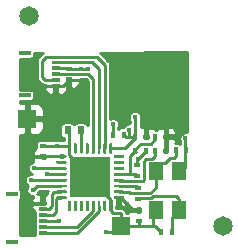
<source format=gbr>
G04 #@! TF.GenerationSoftware,KiCad,Pcbnew,(5.1.6)-1*
G04 #@! TF.CreationDate,2020-08-30T17:28:20+02:00*
G04 #@! TF.ProjectId,Freude_Microcontroller,46726575-6465-45f4-9d69-63726f636f6e,rev?*
G04 #@! TF.SameCoordinates,Original*
G04 #@! TF.FileFunction,Copper,L1,Top*
G04 #@! TF.FilePolarity,Positive*
%FSLAX46Y46*%
G04 Gerber Fmt 4.6, Leading zero omitted, Abs format (unit mm)*
G04 Created by KiCad (PCBNEW (5.1.6)-1) date 2020-08-30 17:28:20*
%MOMM*%
%LPD*%
G01*
G04 APERTURE LIST*
G04 #@! TA.AperFunction,ComponentPad*
%ADD10C,1.650000*%
G04 #@! TD*
G04 #@! TA.AperFunction,SMDPad,CuDef*
%ADD11R,1.300000X1.600000*%
G04 #@! TD*
G04 #@! TA.AperFunction,SMDPad,CuDef*
%ADD12R,0.600000X0.400000*%
G04 #@! TD*
G04 #@! TA.AperFunction,SMDPad,CuDef*
%ADD13R,0.400000X0.600000*%
G04 #@! TD*
G04 #@! TA.AperFunction,SMDPad,CuDef*
%ADD14R,0.700000X0.300000*%
G04 #@! TD*
G04 #@! TA.AperFunction,SMDPad,CuDef*
%ADD15R,1.000000X0.300000*%
G04 #@! TD*
G04 #@! TA.AperFunction,SMDPad,CuDef*
%ADD16R,0.600000X0.700000*%
G04 #@! TD*
G04 #@! TA.AperFunction,SMDPad,CuDef*
%ADD17R,3.450000X3.450000*%
G04 #@! TD*
G04 #@! TA.AperFunction,SMDPad,CuDef*
%ADD18R,1.500000X1.500000*%
G04 #@! TD*
G04 #@! TA.AperFunction,ViaPad*
%ADD19C,0.400000*%
G04 #@! TD*
G04 #@! TA.AperFunction,Conductor*
%ADD20C,0.250000*%
G04 #@! TD*
G04 #@! TA.AperFunction,Conductor*
%ADD21C,0.254000*%
G04 #@! TD*
G04 APERTURE END LIST*
D10*
X193675000Y-69025000D03*
X210075000Y-86825000D03*
D11*
X206390000Y-82160000D03*
X206390000Y-85460000D03*
X204390000Y-85460000D03*
X204390000Y-82160000D03*
D12*
X202790000Y-81660000D03*
X202790000Y-82560000D03*
X197040000Y-74400000D03*
X197040000Y-73500000D03*
D13*
X200800000Y-79075000D03*
X201700000Y-79075000D03*
X202675000Y-79275000D03*
X203575000Y-79275000D03*
X205275000Y-79275000D03*
X204375000Y-79275000D03*
X205740000Y-87280000D03*
X204840000Y-87280000D03*
X204350000Y-80425000D03*
X205250000Y-80425000D03*
X203575000Y-80425000D03*
X202675000Y-80425000D03*
D12*
X202920000Y-84520000D03*
X202920000Y-83620000D03*
X202950000Y-85470000D03*
X202950000Y-86370000D03*
D13*
X206080000Y-80410000D03*
X206980000Y-80410000D03*
D12*
X194900000Y-80925000D03*
X194900000Y-80025000D03*
D14*
X194850000Y-87400000D03*
X194850000Y-86900000D03*
D15*
X192200000Y-88190000D03*
X192200000Y-84110000D03*
D14*
X194850000Y-86400000D03*
X194850000Y-85900000D03*
X194850000Y-85400000D03*
G04 #@! TA.AperFunction,SMDPad,CuDef*
G36*
G01*
X194575000Y-84750000D02*
X195125000Y-84750000D01*
G75*
G02*
X195200000Y-84825000I0J-75000D01*
G01*
X195200000Y-84975000D01*
G75*
G02*
X195125000Y-85050000I-75000J0D01*
G01*
X194575000Y-85050000D01*
G75*
G02*
X194500000Y-84975000I0J75000D01*
G01*
X194500000Y-84825000D01*
G75*
G02*
X194575000Y-84750000I75000J0D01*
G01*
G37*
G04 #@! TD.AperFunction*
D16*
X198050000Y-78725000D03*
X196950000Y-78725000D03*
D15*
X193300000Y-75740000D03*
X193300000Y-72160000D03*
D14*
X195950000Y-74950000D03*
X195950000Y-74450000D03*
X195950000Y-73950000D03*
X195950000Y-73450000D03*
G04 #@! TA.AperFunction,SMDPad,CuDef*
G36*
G01*
X195675000Y-72800000D02*
X196225000Y-72800000D01*
G75*
G02*
X196300000Y-72875000I0J-75000D01*
G01*
X196300000Y-73025000D01*
G75*
G02*
X196225000Y-73100000I-75000J0D01*
G01*
X195675000Y-73100000D01*
G75*
G02*
X195600000Y-73025000I0J75000D01*
G01*
X195600000Y-72875000D01*
G75*
G02*
X195675000Y-72800000I75000J0D01*
G01*
G37*
G04 #@! TD.AperFunction*
G04 #@! TA.AperFunction,SMDPad,CuDef*
G36*
G01*
X201725000Y-84362500D02*
X201725000Y-84487500D01*
G75*
G02*
X201662500Y-84550000I-62500J0D01*
G01*
X200912500Y-84550000D01*
G75*
G02*
X200850000Y-84487500I0J62500D01*
G01*
X200850000Y-84362500D01*
G75*
G02*
X200912500Y-84300000I62500J0D01*
G01*
X201662500Y-84300000D01*
G75*
G02*
X201725000Y-84362500I0J-62500D01*
G01*
G37*
G04 #@! TD.AperFunction*
G04 #@! TA.AperFunction,SMDPad,CuDef*
G36*
G01*
X201725000Y-83862500D02*
X201725000Y-83987500D01*
G75*
G02*
X201662500Y-84050000I-62500J0D01*
G01*
X200912500Y-84050000D01*
G75*
G02*
X200850000Y-83987500I0J62500D01*
G01*
X200850000Y-83862500D01*
G75*
G02*
X200912500Y-83800000I62500J0D01*
G01*
X201662500Y-83800000D01*
G75*
G02*
X201725000Y-83862500I0J-62500D01*
G01*
G37*
G04 #@! TD.AperFunction*
G04 #@! TA.AperFunction,SMDPad,CuDef*
G36*
G01*
X201725000Y-83362500D02*
X201725000Y-83487500D01*
G75*
G02*
X201662500Y-83550000I-62500J0D01*
G01*
X200912500Y-83550000D01*
G75*
G02*
X200850000Y-83487500I0J62500D01*
G01*
X200850000Y-83362500D01*
G75*
G02*
X200912500Y-83300000I62500J0D01*
G01*
X201662500Y-83300000D01*
G75*
G02*
X201725000Y-83362500I0J-62500D01*
G01*
G37*
G04 #@! TD.AperFunction*
G04 #@! TA.AperFunction,SMDPad,CuDef*
G36*
G01*
X201725000Y-82862500D02*
X201725000Y-82987500D01*
G75*
G02*
X201662500Y-83050000I-62500J0D01*
G01*
X200912500Y-83050000D01*
G75*
G02*
X200850000Y-82987500I0J62500D01*
G01*
X200850000Y-82862500D01*
G75*
G02*
X200912500Y-82800000I62500J0D01*
G01*
X201662500Y-82800000D01*
G75*
G02*
X201725000Y-82862500I0J-62500D01*
G01*
G37*
G04 #@! TD.AperFunction*
G04 #@! TA.AperFunction,SMDPad,CuDef*
G36*
G01*
X201725000Y-82362500D02*
X201725000Y-82487500D01*
G75*
G02*
X201662500Y-82550000I-62500J0D01*
G01*
X200912500Y-82550000D01*
G75*
G02*
X200850000Y-82487500I0J62500D01*
G01*
X200850000Y-82362500D01*
G75*
G02*
X200912500Y-82300000I62500J0D01*
G01*
X201662500Y-82300000D01*
G75*
G02*
X201725000Y-82362500I0J-62500D01*
G01*
G37*
G04 #@! TD.AperFunction*
G04 #@! TA.AperFunction,SMDPad,CuDef*
G36*
G01*
X201725000Y-81862500D02*
X201725000Y-81987500D01*
G75*
G02*
X201662500Y-82050000I-62500J0D01*
G01*
X200912500Y-82050000D01*
G75*
G02*
X200850000Y-81987500I0J62500D01*
G01*
X200850000Y-81862500D01*
G75*
G02*
X200912500Y-81800000I62500J0D01*
G01*
X201662500Y-81800000D01*
G75*
G02*
X201725000Y-81862500I0J-62500D01*
G01*
G37*
G04 #@! TD.AperFunction*
G04 #@! TA.AperFunction,SMDPad,CuDef*
G36*
G01*
X201725000Y-81362500D02*
X201725000Y-81487500D01*
G75*
G02*
X201662500Y-81550000I-62500J0D01*
G01*
X200912500Y-81550000D01*
G75*
G02*
X200850000Y-81487500I0J62500D01*
G01*
X200850000Y-81362500D01*
G75*
G02*
X200912500Y-81300000I62500J0D01*
G01*
X201662500Y-81300000D01*
G75*
G02*
X201725000Y-81362500I0J-62500D01*
G01*
G37*
G04 #@! TD.AperFunction*
G04 #@! TA.AperFunction,SMDPad,CuDef*
G36*
G01*
X201725000Y-80862500D02*
X201725000Y-80987500D01*
G75*
G02*
X201662500Y-81050000I-62500J0D01*
G01*
X200912500Y-81050000D01*
G75*
G02*
X200850000Y-80987500I0J62500D01*
G01*
X200850000Y-80862500D01*
G75*
G02*
X200912500Y-80800000I62500J0D01*
G01*
X201662500Y-80800000D01*
G75*
G02*
X201725000Y-80862500I0J-62500D01*
G01*
G37*
G04 #@! TD.AperFunction*
G04 #@! TA.AperFunction,SMDPad,CuDef*
G36*
G01*
X200725000Y-79862500D02*
X200725000Y-80612500D01*
G75*
G02*
X200662500Y-80675000I-62500J0D01*
G01*
X200537500Y-80675000D01*
G75*
G02*
X200475000Y-80612500I0J62500D01*
G01*
X200475000Y-79862500D01*
G75*
G02*
X200537500Y-79800000I62500J0D01*
G01*
X200662500Y-79800000D01*
G75*
G02*
X200725000Y-79862500I0J-62500D01*
G01*
G37*
G04 #@! TD.AperFunction*
G04 #@! TA.AperFunction,SMDPad,CuDef*
G36*
G01*
X200225000Y-79862500D02*
X200225000Y-80612500D01*
G75*
G02*
X200162500Y-80675000I-62500J0D01*
G01*
X200037500Y-80675000D01*
G75*
G02*
X199975000Y-80612500I0J62500D01*
G01*
X199975000Y-79862500D01*
G75*
G02*
X200037500Y-79800000I62500J0D01*
G01*
X200162500Y-79800000D01*
G75*
G02*
X200225000Y-79862500I0J-62500D01*
G01*
G37*
G04 #@! TD.AperFunction*
G04 #@! TA.AperFunction,SMDPad,CuDef*
G36*
G01*
X199725000Y-79862500D02*
X199725000Y-80612500D01*
G75*
G02*
X199662500Y-80675000I-62500J0D01*
G01*
X199537500Y-80675000D01*
G75*
G02*
X199475000Y-80612500I0J62500D01*
G01*
X199475000Y-79862500D01*
G75*
G02*
X199537500Y-79800000I62500J0D01*
G01*
X199662500Y-79800000D01*
G75*
G02*
X199725000Y-79862500I0J-62500D01*
G01*
G37*
G04 #@! TD.AperFunction*
G04 #@! TA.AperFunction,SMDPad,CuDef*
G36*
G01*
X199225000Y-79862500D02*
X199225000Y-80612500D01*
G75*
G02*
X199162500Y-80675000I-62500J0D01*
G01*
X199037500Y-80675000D01*
G75*
G02*
X198975000Y-80612500I0J62500D01*
G01*
X198975000Y-79862500D01*
G75*
G02*
X199037500Y-79800000I62500J0D01*
G01*
X199162500Y-79800000D01*
G75*
G02*
X199225000Y-79862500I0J-62500D01*
G01*
G37*
G04 #@! TD.AperFunction*
G04 #@! TA.AperFunction,SMDPad,CuDef*
G36*
G01*
X198725000Y-79862500D02*
X198725000Y-80612500D01*
G75*
G02*
X198662500Y-80675000I-62500J0D01*
G01*
X198537500Y-80675000D01*
G75*
G02*
X198475000Y-80612500I0J62500D01*
G01*
X198475000Y-79862500D01*
G75*
G02*
X198537500Y-79800000I62500J0D01*
G01*
X198662500Y-79800000D01*
G75*
G02*
X198725000Y-79862500I0J-62500D01*
G01*
G37*
G04 #@! TD.AperFunction*
G04 #@! TA.AperFunction,SMDPad,CuDef*
G36*
G01*
X198225000Y-79862500D02*
X198225000Y-80612500D01*
G75*
G02*
X198162500Y-80675000I-62500J0D01*
G01*
X198037500Y-80675000D01*
G75*
G02*
X197975000Y-80612500I0J62500D01*
G01*
X197975000Y-79862500D01*
G75*
G02*
X198037500Y-79800000I62500J0D01*
G01*
X198162500Y-79800000D01*
G75*
G02*
X198225000Y-79862500I0J-62500D01*
G01*
G37*
G04 #@! TD.AperFunction*
G04 #@! TA.AperFunction,SMDPad,CuDef*
G36*
G01*
X197725000Y-79862500D02*
X197725000Y-80612500D01*
G75*
G02*
X197662500Y-80675000I-62500J0D01*
G01*
X197537500Y-80675000D01*
G75*
G02*
X197475000Y-80612500I0J62500D01*
G01*
X197475000Y-79862500D01*
G75*
G02*
X197537500Y-79800000I62500J0D01*
G01*
X197662500Y-79800000D01*
G75*
G02*
X197725000Y-79862500I0J-62500D01*
G01*
G37*
G04 #@! TD.AperFunction*
G04 #@! TA.AperFunction,SMDPad,CuDef*
G36*
G01*
X197225000Y-79862500D02*
X197225000Y-80612500D01*
G75*
G02*
X197162500Y-80675000I-62500J0D01*
G01*
X197037500Y-80675000D01*
G75*
G02*
X196975000Y-80612500I0J62500D01*
G01*
X196975000Y-79862500D01*
G75*
G02*
X197037500Y-79800000I62500J0D01*
G01*
X197162500Y-79800000D01*
G75*
G02*
X197225000Y-79862500I0J-62500D01*
G01*
G37*
G04 #@! TD.AperFunction*
G04 #@! TA.AperFunction,SMDPad,CuDef*
G36*
G01*
X196850000Y-80862500D02*
X196850000Y-80987500D01*
G75*
G02*
X196787500Y-81050000I-62500J0D01*
G01*
X196037500Y-81050000D01*
G75*
G02*
X195975000Y-80987500I0J62500D01*
G01*
X195975000Y-80862500D01*
G75*
G02*
X196037500Y-80800000I62500J0D01*
G01*
X196787500Y-80800000D01*
G75*
G02*
X196850000Y-80862500I0J-62500D01*
G01*
G37*
G04 #@! TD.AperFunction*
G04 #@! TA.AperFunction,SMDPad,CuDef*
G36*
G01*
X196850000Y-81362500D02*
X196850000Y-81487500D01*
G75*
G02*
X196787500Y-81550000I-62500J0D01*
G01*
X196037500Y-81550000D01*
G75*
G02*
X195975000Y-81487500I0J62500D01*
G01*
X195975000Y-81362500D01*
G75*
G02*
X196037500Y-81300000I62500J0D01*
G01*
X196787500Y-81300000D01*
G75*
G02*
X196850000Y-81362500I0J-62500D01*
G01*
G37*
G04 #@! TD.AperFunction*
G04 #@! TA.AperFunction,SMDPad,CuDef*
G36*
G01*
X196850000Y-81862500D02*
X196850000Y-81987500D01*
G75*
G02*
X196787500Y-82050000I-62500J0D01*
G01*
X196037500Y-82050000D01*
G75*
G02*
X195975000Y-81987500I0J62500D01*
G01*
X195975000Y-81862500D01*
G75*
G02*
X196037500Y-81800000I62500J0D01*
G01*
X196787500Y-81800000D01*
G75*
G02*
X196850000Y-81862500I0J-62500D01*
G01*
G37*
G04 #@! TD.AperFunction*
G04 #@! TA.AperFunction,SMDPad,CuDef*
G36*
G01*
X196850000Y-82362500D02*
X196850000Y-82487500D01*
G75*
G02*
X196787500Y-82550000I-62500J0D01*
G01*
X196037500Y-82550000D01*
G75*
G02*
X195975000Y-82487500I0J62500D01*
G01*
X195975000Y-82362500D01*
G75*
G02*
X196037500Y-82300000I62500J0D01*
G01*
X196787500Y-82300000D01*
G75*
G02*
X196850000Y-82362500I0J-62500D01*
G01*
G37*
G04 #@! TD.AperFunction*
G04 #@! TA.AperFunction,SMDPad,CuDef*
G36*
G01*
X196850000Y-82862500D02*
X196850000Y-82987500D01*
G75*
G02*
X196787500Y-83050000I-62500J0D01*
G01*
X196037500Y-83050000D01*
G75*
G02*
X195975000Y-82987500I0J62500D01*
G01*
X195975000Y-82862500D01*
G75*
G02*
X196037500Y-82800000I62500J0D01*
G01*
X196787500Y-82800000D01*
G75*
G02*
X196850000Y-82862500I0J-62500D01*
G01*
G37*
G04 #@! TD.AperFunction*
G04 #@! TA.AperFunction,SMDPad,CuDef*
G36*
G01*
X196850000Y-83362500D02*
X196850000Y-83487500D01*
G75*
G02*
X196787500Y-83550000I-62500J0D01*
G01*
X196037500Y-83550000D01*
G75*
G02*
X195975000Y-83487500I0J62500D01*
G01*
X195975000Y-83362500D01*
G75*
G02*
X196037500Y-83300000I62500J0D01*
G01*
X196787500Y-83300000D01*
G75*
G02*
X196850000Y-83362500I0J-62500D01*
G01*
G37*
G04 #@! TD.AperFunction*
G04 #@! TA.AperFunction,SMDPad,CuDef*
G36*
G01*
X196850000Y-83862500D02*
X196850000Y-83987500D01*
G75*
G02*
X196787500Y-84050000I-62500J0D01*
G01*
X196037500Y-84050000D01*
G75*
G02*
X195975000Y-83987500I0J62500D01*
G01*
X195975000Y-83862500D01*
G75*
G02*
X196037500Y-83800000I62500J0D01*
G01*
X196787500Y-83800000D01*
G75*
G02*
X196850000Y-83862500I0J-62500D01*
G01*
G37*
G04 #@! TD.AperFunction*
G04 #@! TA.AperFunction,SMDPad,CuDef*
G36*
G01*
X196850000Y-84362500D02*
X196850000Y-84487500D01*
G75*
G02*
X196787500Y-84550000I-62500J0D01*
G01*
X196037500Y-84550000D01*
G75*
G02*
X195975000Y-84487500I0J62500D01*
G01*
X195975000Y-84362500D01*
G75*
G02*
X196037500Y-84300000I62500J0D01*
G01*
X196787500Y-84300000D01*
G75*
G02*
X196850000Y-84362500I0J-62500D01*
G01*
G37*
G04 #@! TD.AperFunction*
G04 #@! TA.AperFunction,SMDPad,CuDef*
G36*
G01*
X197225000Y-84737500D02*
X197225000Y-85487500D01*
G75*
G02*
X197162500Y-85550000I-62500J0D01*
G01*
X197037500Y-85550000D01*
G75*
G02*
X196975000Y-85487500I0J62500D01*
G01*
X196975000Y-84737500D01*
G75*
G02*
X197037500Y-84675000I62500J0D01*
G01*
X197162500Y-84675000D01*
G75*
G02*
X197225000Y-84737500I0J-62500D01*
G01*
G37*
G04 #@! TD.AperFunction*
G04 #@! TA.AperFunction,SMDPad,CuDef*
G36*
G01*
X197725000Y-84737500D02*
X197725000Y-85487500D01*
G75*
G02*
X197662500Y-85550000I-62500J0D01*
G01*
X197537500Y-85550000D01*
G75*
G02*
X197475000Y-85487500I0J62500D01*
G01*
X197475000Y-84737500D01*
G75*
G02*
X197537500Y-84675000I62500J0D01*
G01*
X197662500Y-84675000D01*
G75*
G02*
X197725000Y-84737500I0J-62500D01*
G01*
G37*
G04 #@! TD.AperFunction*
G04 #@! TA.AperFunction,SMDPad,CuDef*
G36*
G01*
X198225000Y-84737500D02*
X198225000Y-85487500D01*
G75*
G02*
X198162500Y-85550000I-62500J0D01*
G01*
X198037500Y-85550000D01*
G75*
G02*
X197975000Y-85487500I0J62500D01*
G01*
X197975000Y-84737500D01*
G75*
G02*
X198037500Y-84675000I62500J0D01*
G01*
X198162500Y-84675000D01*
G75*
G02*
X198225000Y-84737500I0J-62500D01*
G01*
G37*
G04 #@! TD.AperFunction*
G04 #@! TA.AperFunction,SMDPad,CuDef*
G36*
G01*
X198725000Y-84737500D02*
X198725000Y-85487500D01*
G75*
G02*
X198662500Y-85550000I-62500J0D01*
G01*
X198537500Y-85550000D01*
G75*
G02*
X198475000Y-85487500I0J62500D01*
G01*
X198475000Y-84737500D01*
G75*
G02*
X198537500Y-84675000I62500J0D01*
G01*
X198662500Y-84675000D01*
G75*
G02*
X198725000Y-84737500I0J-62500D01*
G01*
G37*
G04 #@! TD.AperFunction*
G04 #@! TA.AperFunction,SMDPad,CuDef*
G36*
G01*
X199225000Y-84737500D02*
X199225000Y-85487500D01*
G75*
G02*
X199162500Y-85550000I-62500J0D01*
G01*
X199037500Y-85550000D01*
G75*
G02*
X198975000Y-85487500I0J62500D01*
G01*
X198975000Y-84737500D01*
G75*
G02*
X199037500Y-84675000I62500J0D01*
G01*
X199162500Y-84675000D01*
G75*
G02*
X199225000Y-84737500I0J-62500D01*
G01*
G37*
G04 #@! TD.AperFunction*
G04 #@! TA.AperFunction,SMDPad,CuDef*
G36*
G01*
X199725000Y-84737500D02*
X199725000Y-85487500D01*
G75*
G02*
X199662500Y-85550000I-62500J0D01*
G01*
X199537500Y-85550000D01*
G75*
G02*
X199475000Y-85487500I0J62500D01*
G01*
X199475000Y-84737500D01*
G75*
G02*
X199537500Y-84675000I62500J0D01*
G01*
X199662500Y-84675000D01*
G75*
G02*
X199725000Y-84737500I0J-62500D01*
G01*
G37*
G04 #@! TD.AperFunction*
G04 #@! TA.AperFunction,SMDPad,CuDef*
G36*
G01*
X200225000Y-84737500D02*
X200225000Y-85487500D01*
G75*
G02*
X200162500Y-85550000I-62500J0D01*
G01*
X200037500Y-85550000D01*
G75*
G02*
X199975000Y-85487500I0J62500D01*
G01*
X199975000Y-84737500D01*
G75*
G02*
X200037500Y-84675000I62500J0D01*
G01*
X200162500Y-84675000D01*
G75*
G02*
X200225000Y-84737500I0J-62500D01*
G01*
G37*
G04 #@! TD.AperFunction*
G04 #@! TA.AperFunction,SMDPad,CuDef*
G36*
G01*
X200725000Y-84737500D02*
X200725000Y-85487500D01*
G75*
G02*
X200662500Y-85550000I-62500J0D01*
G01*
X200537500Y-85550000D01*
G75*
G02*
X200475000Y-85487500I0J62500D01*
G01*
X200475000Y-84737500D01*
G75*
G02*
X200537500Y-84675000I62500J0D01*
G01*
X200662500Y-84675000D01*
G75*
G02*
X200725000Y-84737500I0J-62500D01*
G01*
G37*
G04 #@! TD.AperFunction*
D17*
X198850000Y-82675000D03*
D18*
X201425000Y-86800000D03*
X193525000Y-77750000D03*
D19*
X199600000Y-81950000D03*
X200175000Y-87350000D03*
X198100000Y-81950000D03*
X199600000Y-81950000D03*
X199600000Y-81950000D03*
X199600000Y-81950000D03*
X199600000Y-81950000D03*
X196050000Y-80025000D03*
X200800000Y-78200000D03*
X206925000Y-79400000D03*
X198655000Y-73520000D03*
X198070000Y-73515000D03*
X196220000Y-86400000D03*
X202895000Y-81105000D03*
X202150000Y-78650000D03*
X202650000Y-77575000D03*
X194075004Y-81925000D03*
X195200000Y-82425000D03*
X193831361Y-82944696D03*
X193975000Y-83775000D03*
X198630000Y-75070000D03*
X193525000Y-80925000D03*
X206050000Y-79275000D03*
X195930000Y-75465000D03*
X195930000Y-76065000D03*
X201975000Y-84975000D03*
X200675000Y-75075000D03*
X198625000Y-75750000D03*
X200675000Y-75750000D03*
X193325001Y-82449999D03*
D20*
X197100000Y-80025000D02*
X197100000Y-80237500D01*
X200600000Y-85112500D02*
X200600000Y-85550000D01*
X200600000Y-85550000D02*
X200775000Y-85725000D01*
X198850000Y-82825000D02*
X198850000Y-82675000D01*
X200600000Y-84575000D02*
X199450000Y-83425000D01*
X200600000Y-85112500D02*
X200600000Y-84575000D01*
X198850000Y-82525000D02*
X198850000Y-82675000D01*
X197100000Y-80775000D02*
X198275000Y-81950000D01*
X197100000Y-80237500D02*
X197100000Y-80775000D01*
X198275000Y-81950000D02*
X198850000Y-82525000D01*
X199450000Y-83425000D02*
X198850000Y-82825000D01*
X196050000Y-80025000D02*
X197100000Y-80025000D01*
X194900000Y-80025000D02*
X196050000Y-80025000D01*
X201425000Y-85800000D02*
X201425000Y-85725000D01*
X201425000Y-86800000D02*
X201425000Y-85800000D01*
X200775000Y-85725000D02*
X201425000Y-85725000D01*
X197100000Y-79050000D02*
X196775000Y-78725000D01*
X197100000Y-80237500D02*
X197100000Y-79050000D01*
X200800000Y-79075000D02*
X200800000Y-78200000D01*
X202975000Y-86800000D02*
X203000000Y-86800000D01*
X202950000Y-86775000D02*
X202975000Y-86800000D01*
X202950000Y-86325000D02*
X202950000Y-86775000D01*
X201425000Y-86800000D02*
X203000000Y-86800000D01*
X206925000Y-80425000D02*
X206925000Y-81899998D01*
X206925000Y-80425000D02*
X206925000Y-79400000D01*
X198070000Y-73515000D02*
X198644992Y-73515000D01*
X197045000Y-73515000D02*
X198070000Y-73515000D01*
X194850000Y-86400000D02*
X195450000Y-86400000D01*
X195450000Y-86400000D02*
X196220000Y-86400000D01*
X203390000Y-80610000D02*
X203575000Y-80425000D01*
X202790000Y-81210000D02*
X202895000Y-81105000D01*
X202790000Y-81660000D02*
X202790000Y-81210000D01*
X202895000Y-81105000D02*
X203575000Y-80425000D01*
X204360000Y-86800000D02*
X204840000Y-87280000D01*
X204190000Y-85660000D02*
X204390000Y-85460000D01*
X204190000Y-86800000D02*
X204360000Y-86800000D01*
X204190000Y-86800000D02*
X204190000Y-85660000D01*
X203000000Y-86800000D02*
X204190000Y-86800000D01*
X198654992Y-73545000D02*
X198655000Y-73545008D01*
X196990000Y-73450000D02*
X197040000Y-73500000D01*
X195950000Y-73450000D02*
X196990000Y-73450000D01*
X200875000Y-87350000D02*
X201425000Y-86800000D01*
X200175000Y-87350000D02*
X200875000Y-87350000D01*
X202675000Y-80325000D02*
X202675000Y-80425000D01*
X203150000Y-79850000D02*
X202675000Y-80325000D01*
X204000000Y-79850000D02*
X203150000Y-79850000D01*
X204375000Y-79275000D02*
X204375000Y-79475000D01*
X204375000Y-79475000D02*
X204000000Y-79850000D01*
X202770000Y-80520000D02*
X202675000Y-80425000D01*
X201287500Y-82425000D02*
X201695000Y-82425000D01*
X202655000Y-82425000D02*
X202790000Y-82560000D01*
X202790000Y-82560000D02*
X202790000Y-82550000D01*
X202190000Y-82390000D02*
X202155000Y-82425000D01*
X202675000Y-80425000D02*
X202190000Y-80910000D01*
X201287500Y-82425000D02*
X202155000Y-82425000D01*
X202190000Y-80910000D02*
X202190000Y-82390000D01*
X202155000Y-82425000D02*
X202655000Y-82425000D01*
X199600000Y-79700000D02*
X199574999Y-79674999D01*
X199600000Y-80237500D02*
X199600000Y-79700000D01*
X199574999Y-73534999D02*
X199000000Y-72960000D01*
X199574999Y-79674999D02*
X199574999Y-73534999D01*
X199000000Y-72960000D02*
X196010000Y-72960000D01*
X199100000Y-77325000D02*
X199100000Y-77175000D01*
X199100000Y-80237500D02*
X199100000Y-77325000D01*
X199100000Y-74379004D02*
X199100000Y-77325000D01*
X198670996Y-73950000D02*
X199100000Y-74379004D01*
X195950000Y-73950000D02*
X198670996Y-73950000D01*
X206390000Y-85460000D02*
X206390000Y-84520000D01*
X206390000Y-84520000D02*
X206130000Y-84260000D01*
X203005001Y-84434999D02*
X202920000Y-84520000D01*
X204019989Y-84434999D02*
X203005001Y-84434999D01*
X204194988Y-84260000D02*
X204019989Y-84434999D01*
X206130000Y-84260000D02*
X204194988Y-84260000D01*
X205740000Y-86110000D02*
X206390000Y-85460000D01*
X205740000Y-87280000D02*
X205740000Y-86110000D01*
X202725000Y-83425000D02*
X201287500Y-83425000D01*
X202920000Y-83620000D02*
X202725000Y-83425000D01*
X206080000Y-80410000D02*
X206080000Y-80620000D01*
X204540000Y-82160000D02*
X204390000Y-82160000D01*
X204390000Y-82160000D02*
X204390000Y-83570000D01*
X204390000Y-83570000D02*
X203900000Y-84060000D01*
X203900000Y-84060000D02*
X202240000Y-84060000D01*
X202105000Y-83925000D02*
X201287500Y-83925000D01*
X202240000Y-84060000D02*
X202105000Y-83925000D01*
X204390000Y-82160000D02*
X204390000Y-81810000D01*
X205925000Y-81075000D02*
X206080000Y-80920000D01*
X205589516Y-81075000D02*
X205925000Y-81075000D01*
X206080000Y-80920000D02*
X206080000Y-80410000D01*
X204750000Y-81475000D02*
X205189516Y-81475000D01*
X205189516Y-81475000D02*
X205589516Y-81075000D01*
X201787500Y-80237500D02*
X200600000Y-80237500D01*
X202650000Y-79375000D02*
X201787500Y-80237500D01*
X202650000Y-79275000D02*
X202650000Y-79375000D01*
X201900000Y-79275000D02*
X201700000Y-79075000D01*
X202150000Y-79275000D02*
X201900000Y-79275000D01*
X202150000Y-79275000D02*
X202150000Y-78650000D01*
X202650000Y-79275000D02*
X202150000Y-79275000D01*
X202675000Y-77600000D02*
X202650000Y-77575000D01*
X202675000Y-79275000D02*
X202675000Y-77600000D01*
X200100000Y-73180000D02*
X200100000Y-80237500D01*
X199420000Y-72500000D02*
X200100000Y-73180000D01*
X195060000Y-74450000D02*
X194770000Y-74160000D01*
X194770000Y-74160000D02*
X194770000Y-72840000D01*
X195950000Y-74450000D02*
X195060000Y-74450000D01*
X194770000Y-72840000D02*
X195110000Y-72500000D01*
X195110000Y-72500000D02*
X199420000Y-72500000D01*
X195825000Y-83925000D02*
X195650000Y-84100000D01*
X196412500Y-83925000D02*
X195825000Y-83925000D01*
X194850000Y-85400000D02*
X195360000Y-85400000D01*
X195650000Y-84100000D02*
X195650000Y-85110000D01*
X195360000Y-85400000D02*
X195650000Y-85110000D01*
X196000008Y-84524992D02*
X196100000Y-84425000D01*
X196100000Y-84425000D02*
X196412500Y-84425000D01*
X195690000Y-85900000D02*
X196000008Y-85589992D01*
X194850000Y-85900000D02*
X195690000Y-85900000D01*
X196000008Y-85589992D02*
X196000008Y-84524992D01*
X196412500Y-81925000D02*
X194075004Y-81925000D01*
X195175000Y-82425000D02*
X196412500Y-82425000D01*
X195150000Y-82450000D02*
X195175000Y-82425000D01*
X196412500Y-82925000D02*
X193851057Y-82925000D01*
X193851057Y-82925000D02*
X193831361Y-82944696D01*
X203334999Y-82985001D02*
X201347501Y-82985001D01*
X203400000Y-82920000D02*
X203334999Y-82985001D01*
X204350000Y-80425000D02*
X204350000Y-80850000D01*
X203559999Y-81134999D02*
X203400000Y-81294998D01*
X204350000Y-80850000D02*
X204065001Y-81134999D01*
X203400000Y-81294998D02*
X203400000Y-82920000D01*
X201347501Y-82985001D02*
X201287500Y-82925000D01*
X204065001Y-81134999D02*
X203559999Y-81134999D01*
X196412500Y-83425000D02*
X194325000Y-83425000D01*
X194325000Y-83425000D02*
X193975000Y-83775000D01*
X195525000Y-80925000D02*
X196412500Y-80925000D01*
X194900000Y-80925000D02*
X195525000Y-80925000D01*
X205250000Y-79300000D02*
X205275000Y-79275000D01*
X205250000Y-80425000D02*
X205250000Y-79300000D01*
X193525000Y-77750000D02*
X193525000Y-80150000D01*
X193525000Y-80150000D02*
X193525000Y-80925000D01*
X203575000Y-78725000D02*
X203825000Y-78475000D01*
X203575000Y-79275000D02*
X203575000Y-78725000D01*
X205275000Y-78600000D02*
X205275000Y-79275000D01*
X205150000Y-78475000D02*
X205275000Y-78600000D01*
X204225000Y-78475000D02*
X205150000Y-78475000D01*
X203825000Y-78475000D02*
X204225000Y-78475000D01*
X197995000Y-74415000D02*
X197045000Y-74415000D01*
X198620000Y-75040000D02*
X197995000Y-74415000D01*
X193525000Y-80925000D02*
X194900000Y-80925000D01*
X193525000Y-80150000D02*
X193525000Y-80925000D01*
X205275000Y-79275000D02*
X205725000Y-79275000D01*
X205725000Y-79275000D02*
X206050000Y-79275000D01*
X194850000Y-84900000D02*
X193530000Y-84900000D01*
X193530000Y-84900000D02*
X193525000Y-84895000D01*
X195950000Y-76450000D02*
X195950000Y-75075000D01*
X196550000Y-74950000D02*
X197055000Y-74445000D01*
X195950000Y-74950000D02*
X196550000Y-74950000D01*
X193525000Y-80925000D02*
X193325001Y-81124999D01*
X193325001Y-81124999D02*
X193325001Y-84695001D01*
X193325001Y-84695001D02*
X193525000Y-84895000D01*
X201435000Y-84425000D02*
X201287500Y-84425000D01*
X202950000Y-85470000D02*
X202480000Y-85470000D01*
X202480000Y-85470000D02*
X201435000Y-84425000D01*
X194650000Y-77750000D02*
X195950000Y-76450000D01*
X193525000Y-77750000D02*
X194650000Y-77750000D01*
X201225000Y-75075000D02*
X200675000Y-75075000D01*
X204225000Y-78475000D02*
X204225000Y-78075000D01*
X204225000Y-78075000D02*
X201225000Y-75075000D01*
X198100000Y-78950000D02*
X197875000Y-78725000D01*
X198100000Y-80237500D02*
X198100000Y-78950000D01*
X199600000Y-85544988D02*
X199600000Y-85112500D01*
X197744988Y-87400000D02*
X199600000Y-85544988D01*
X194850000Y-87400000D02*
X197744988Y-87400000D01*
X197750000Y-86900000D02*
X194850000Y-86900000D01*
X199100000Y-85550000D02*
X197750000Y-86900000D01*
X199100000Y-85112500D02*
X199100000Y-85550000D01*
D21*
G36*
X194788841Y-72178841D02*
G01*
X194774681Y-72196095D01*
X194466095Y-72504681D01*
X194448842Y-72518841D01*
X194396716Y-72582357D01*
X194392358Y-72587667D01*
X194350386Y-72666191D01*
X194324540Y-72751393D01*
X194315813Y-72840000D01*
X194318001Y-72862215D01*
X194318000Y-74137795D01*
X194315813Y-74160000D01*
X194324540Y-74248607D01*
X194348516Y-74327643D01*
X194350386Y-74333809D01*
X194392357Y-74412332D01*
X194448841Y-74481159D01*
X194466100Y-74495323D01*
X194724677Y-74753900D01*
X194738841Y-74771159D01*
X194807667Y-74827643D01*
X194818047Y-74833191D01*
X194886190Y-74869614D01*
X194971392Y-74895460D01*
X195060000Y-74904187D01*
X195082205Y-74902000D01*
X195098750Y-74902000D01*
X195123750Y-74927000D01*
X195583939Y-74927000D01*
X195600000Y-74928582D01*
X196196351Y-74928582D01*
X196218748Y-74968012D01*
X196223061Y-74973000D01*
X196077000Y-74973000D01*
X196077000Y-75576250D01*
X196235750Y-75735000D01*
X196284829Y-75737892D01*
X196409567Y-75728594D01*
X196530095Y-75695141D01*
X196641780Y-75638816D01*
X196740330Y-75561785D01*
X196821959Y-75467008D01*
X196883529Y-75358127D01*
X196922675Y-75239326D01*
X196935000Y-75131750D01*
X196896250Y-75093000D01*
X196913000Y-75076250D01*
X196913000Y-74790250D01*
X196935000Y-74768250D01*
X196922675Y-74660674D01*
X196913000Y-74631312D01*
X196913000Y-74473000D01*
X196893000Y-74473000D01*
X196893000Y-74402000D01*
X197187000Y-74402000D01*
X197187000Y-74473000D01*
X197167000Y-74473000D01*
X197167000Y-75076250D01*
X197325750Y-75235000D01*
X197448357Y-75228804D01*
X197568949Y-75195582D01*
X197680742Y-75139473D01*
X197779441Y-75062631D01*
X197861252Y-74968012D01*
X197923032Y-74859249D01*
X197962406Y-74740524D01*
X197975000Y-74631750D01*
X197870252Y-74527002D01*
X197975000Y-74527002D01*
X197975000Y-74402000D01*
X198483772Y-74402000D01*
X198648000Y-74566228D01*
X198648001Y-77152786D01*
X198648000Y-77152795D01*
X198648000Y-77347204D01*
X198648001Y-77347214D01*
X198648001Y-78238838D01*
X198623206Y-78192450D01*
X198582343Y-78142657D01*
X198532550Y-78101794D01*
X198475743Y-78071430D01*
X198414103Y-78052732D01*
X198350000Y-78046418D01*
X197750000Y-78046418D01*
X197685897Y-78052732D01*
X197624257Y-78071430D01*
X197567450Y-78101794D01*
X197517657Y-78142657D01*
X197500000Y-78164173D01*
X197482343Y-78142657D01*
X197432550Y-78101794D01*
X197375743Y-78071430D01*
X197314103Y-78052732D01*
X197250000Y-78046418D01*
X196650000Y-78046418D01*
X196585897Y-78052732D01*
X196524257Y-78071430D01*
X196467450Y-78101794D01*
X196417657Y-78142657D01*
X196376794Y-78192450D01*
X196346430Y-78249257D01*
X196327732Y-78310897D01*
X196321418Y-78375000D01*
X196321418Y-78718857D01*
X196320813Y-78725000D01*
X196321418Y-78731143D01*
X196321418Y-79075000D01*
X196327732Y-79139103D01*
X196346430Y-79200743D01*
X196376794Y-79257550D01*
X196417657Y-79307343D01*
X196467450Y-79348206D01*
X196524257Y-79378570D01*
X196585897Y-79397268D01*
X196648001Y-79403385D01*
X196648001Y-79573000D01*
X196322109Y-79573000D01*
X196299628Y-79557979D01*
X196203720Y-79518252D01*
X196101905Y-79498000D01*
X195998095Y-79498000D01*
X195896280Y-79518252D01*
X195800372Y-79557979D01*
X195777891Y-79573000D01*
X195408390Y-79573000D01*
X195382550Y-79551794D01*
X195325743Y-79521430D01*
X195264103Y-79502732D01*
X195200000Y-79496418D01*
X194600000Y-79496418D01*
X194535897Y-79502732D01*
X194474257Y-79521430D01*
X194417450Y-79551794D01*
X194367657Y-79592657D01*
X194326794Y-79642450D01*
X194296430Y-79699257D01*
X194277732Y-79760897D01*
X194271418Y-79825000D01*
X194271418Y-80179424D01*
X194259258Y-80185527D01*
X194160559Y-80262369D01*
X194078748Y-80356988D01*
X194016968Y-80465751D01*
X193977594Y-80584476D01*
X193965000Y-80693250D01*
X194123750Y-80852000D01*
X194773000Y-80852000D01*
X194773000Y-80778000D01*
X195027000Y-80778000D01*
X195027000Y-80852000D01*
X195047000Y-80852000D01*
X195047000Y-80998000D01*
X195027000Y-80998000D01*
X195027000Y-81072000D01*
X194773000Y-81072000D01*
X194773000Y-80998000D01*
X194123750Y-80998000D01*
X193965000Y-81156750D01*
X193977594Y-81265524D01*
X194016968Y-81384249D01*
X194024779Y-81398000D01*
X194023099Y-81398000D01*
X193921284Y-81418252D01*
X193825376Y-81457979D01*
X193739061Y-81515652D01*
X193665656Y-81589057D01*
X193607983Y-81675372D01*
X193568256Y-81771280D01*
X193548004Y-81873095D01*
X193548004Y-81976905D01*
X193568256Y-82078720D01*
X193607983Y-82174628D01*
X193665656Y-82260943D01*
X193739061Y-82334348D01*
X193825376Y-82392021D01*
X193891142Y-82419263D01*
X193883266Y-82417696D01*
X193779456Y-82417696D01*
X193677641Y-82437948D01*
X193581733Y-82477675D01*
X193495418Y-82535348D01*
X193422013Y-82608753D01*
X193364340Y-82695068D01*
X193324613Y-82790976D01*
X193304361Y-82892791D01*
X193304361Y-82996601D01*
X193324613Y-83098416D01*
X193364340Y-83194324D01*
X193422013Y-83280639D01*
X193495418Y-83354044D01*
X193581733Y-83411717D01*
X193589694Y-83415015D01*
X193565652Y-83439057D01*
X193507979Y-83525372D01*
X193468252Y-83621280D01*
X193448000Y-83723095D01*
X193448000Y-83826905D01*
X193468252Y-83928720D01*
X193507979Y-84024628D01*
X193565652Y-84110943D01*
X193639057Y-84184348D01*
X193725372Y-84242021D01*
X193821280Y-84281748D01*
X193923095Y-84302000D01*
X194026905Y-84302000D01*
X194052116Y-84296985D01*
X193978041Y-84382992D01*
X193916471Y-84491873D01*
X193877325Y-84610674D01*
X193865000Y-84718250D01*
X194023750Y-84877000D01*
X194723000Y-84877000D01*
X194723000Y-84273750D01*
X194564250Y-84115000D01*
X194515171Y-84112108D01*
X194390433Y-84121406D01*
X194367527Y-84127764D01*
X194384348Y-84110943D01*
X194442021Y-84024628D01*
X194481748Y-83928720D01*
X194487023Y-83902201D01*
X194512224Y-83877000D01*
X195256679Y-83877000D01*
X195251767Y-83886190D01*
X195230386Y-83926191D01*
X195204540Y-84011393D01*
X195195813Y-84100000D01*
X195197096Y-84113022D01*
X195184829Y-84112108D01*
X195135750Y-84115000D01*
X194977000Y-84273750D01*
X194977000Y-84877000D01*
X194997000Y-84877000D01*
X194997000Y-84921418D01*
X194500000Y-84921418D01*
X194483939Y-84923000D01*
X194023750Y-84923000D01*
X193865000Y-85081750D01*
X193877325Y-85189326D01*
X193916471Y-85308127D01*
X193978041Y-85417008D01*
X194059670Y-85511785D01*
X194158220Y-85588816D01*
X194176131Y-85597849D01*
X194177732Y-85614103D01*
X194188621Y-85650000D01*
X194177732Y-85685897D01*
X194171418Y-85750000D01*
X194171418Y-86050000D01*
X194177732Y-86114103D01*
X194188621Y-86150000D01*
X194177732Y-86185897D01*
X194171418Y-86250000D01*
X194171418Y-86550000D01*
X194177732Y-86614103D01*
X194188621Y-86650000D01*
X194177732Y-86685897D01*
X194171418Y-86750000D01*
X194171418Y-87050000D01*
X194177732Y-87114103D01*
X194188621Y-87150000D01*
X194177732Y-87185897D01*
X194171418Y-87250000D01*
X194171418Y-87543643D01*
X192877000Y-87547542D01*
X192877000Y-84536173D01*
X192882550Y-84533206D01*
X192932343Y-84492343D01*
X192973206Y-84442550D01*
X193003570Y-84385743D01*
X193022268Y-84324103D01*
X193028582Y-84260000D01*
X193028582Y-83960000D01*
X193022268Y-83895897D01*
X193003570Y-83834257D01*
X192973206Y-83777450D01*
X192932343Y-83727657D01*
X192882550Y-83686794D01*
X192877000Y-83683827D01*
X192877000Y-79137397D01*
X193239250Y-79135000D01*
X193398000Y-78976250D01*
X193398000Y-77877000D01*
X193652000Y-77877000D01*
X193652000Y-78976250D01*
X193810750Y-79135000D01*
X194275000Y-79138072D01*
X194399482Y-79125812D01*
X194519180Y-79089502D01*
X194629494Y-79030537D01*
X194726185Y-78951185D01*
X194805537Y-78854494D01*
X194864502Y-78744180D01*
X194900812Y-78624482D01*
X194913072Y-78500000D01*
X194910000Y-78035750D01*
X194751250Y-77877000D01*
X193652000Y-77877000D01*
X193398000Y-77877000D01*
X193378000Y-77877000D01*
X193378000Y-77623000D01*
X193398000Y-77623000D01*
X193398000Y-76523750D01*
X193652000Y-76523750D01*
X193652000Y-77623000D01*
X194751250Y-77623000D01*
X194910000Y-77464250D01*
X194913072Y-77000000D01*
X194900812Y-76875518D01*
X194864502Y-76755820D01*
X194805537Y-76645506D01*
X194726185Y-76548815D01*
X194629494Y-76469463D01*
X194519180Y-76410498D01*
X194399482Y-76374188D01*
X194275000Y-76361928D01*
X193810750Y-76365000D01*
X193652000Y-76523750D01*
X193398000Y-76523750D01*
X193239250Y-76365000D01*
X192877000Y-76362603D01*
X192877000Y-76218582D01*
X193800000Y-76218582D01*
X193864103Y-76212268D01*
X193925743Y-76193570D01*
X193982550Y-76163206D01*
X194032343Y-76122343D01*
X194073206Y-76072550D01*
X194103570Y-76015743D01*
X194122268Y-75954103D01*
X194128582Y-75890000D01*
X194128582Y-75590000D01*
X194122268Y-75525897D01*
X194103570Y-75464257D01*
X194073206Y-75407450D01*
X194032343Y-75357657D01*
X193982550Y-75316794D01*
X193925743Y-75286430D01*
X193864103Y-75267732D01*
X193800000Y-75261418D01*
X192877000Y-75261418D01*
X192877000Y-75131750D01*
X194965000Y-75131750D01*
X194977325Y-75239326D01*
X195016471Y-75358127D01*
X195078041Y-75467008D01*
X195159670Y-75561785D01*
X195258220Y-75638816D01*
X195369905Y-75695141D01*
X195490433Y-75728594D01*
X195615171Y-75737892D01*
X195664250Y-75735000D01*
X195823000Y-75576250D01*
X195823000Y-74973000D01*
X195123750Y-74973000D01*
X194965000Y-75131750D01*
X192877000Y-75131750D01*
X192877000Y-72638582D01*
X193800000Y-72638582D01*
X193864103Y-72632268D01*
X193925743Y-72613570D01*
X193982550Y-72583206D01*
X194032343Y-72542343D01*
X194073206Y-72492550D01*
X194103570Y-72435743D01*
X194122268Y-72374103D01*
X194128582Y-72310000D01*
X194128582Y-72138321D01*
X194840457Y-72136481D01*
X194788841Y-72178841D01*
G37*
X194788841Y-72178841D02*
X194774681Y-72196095D01*
X194466095Y-72504681D01*
X194448842Y-72518841D01*
X194396716Y-72582357D01*
X194392358Y-72587667D01*
X194350386Y-72666191D01*
X194324540Y-72751393D01*
X194315813Y-72840000D01*
X194318001Y-72862215D01*
X194318000Y-74137795D01*
X194315813Y-74160000D01*
X194324540Y-74248607D01*
X194348516Y-74327643D01*
X194350386Y-74333809D01*
X194392357Y-74412332D01*
X194448841Y-74481159D01*
X194466100Y-74495323D01*
X194724677Y-74753900D01*
X194738841Y-74771159D01*
X194807667Y-74827643D01*
X194818047Y-74833191D01*
X194886190Y-74869614D01*
X194971392Y-74895460D01*
X195060000Y-74904187D01*
X195082205Y-74902000D01*
X195098750Y-74902000D01*
X195123750Y-74927000D01*
X195583939Y-74927000D01*
X195600000Y-74928582D01*
X196196351Y-74928582D01*
X196218748Y-74968012D01*
X196223061Y-74973000D01*
X196077000Y-74973000D01*
X196077000Y-75576250D01*
X196235750Y-75735000D01*
X196284829Y-75737892D01*
X196409567Y-75728594D01*
X196530095Y-75695141D01*
X196641780Y-75638816D01*
X196740330Y-75561785D01*
X196821959Y-75467008D01*
X196883529Y-75358127D01*
X196922675Y-75239326D01*
X196935000Y-75131750D01*
X196896250Y-75093000D01*
X196913000Y-75076250D01*
X196913000Y-74790250D01*
X196935000Y-74768250D01*
X196922675Y-74660674D01*
X196913000Y-74631312D01*
X196913000Y-74473000D01*
X196893000Y-74473000D01*
X196893000Y-74402000D01*
X197187000Y-74402000D01*
X197187000Y-74473000D01*
X197167000Y-74473000D01*
X197167000Y-75076250D01*
X197325750Y-75235000D01*
X197448357Y-75228804D01*
X197568949Y-75195582D01*
X197680742Y-75139473D01*
X197779441Y-75062631D01*
X197861252Y-74968012D01*
X197923032Y-74859249D01*
X197962406Y-74740524D01*
X197975000Y-74631750D01*
X197870252Y-74527002D01*
X197975000Y-74527002D01*
X197975000Y-74402000D01*
X198483772Y-74402000D01*
X198648000Y-74566228D01*
X198648001Y-77152786D01*
X198648000Y-77152795D01*
X198648000Y-77347204D01*
X198648001Y-77347214D01*
X198648001Y-78238838D01*
X198623206Y-78192450D01*
X198582343Y-78142657D01*
X198532550Y-78101794D01*
X198475743Y-78071430D01*
X198414103Y-78052732D01*
X198350000Y-78046418D01*
X197750000Y-78046418D01*
X197685897Y-78052732D01*
X197624257Y-78071430D01*
X197567450Y-78101794D01*
X197517657Y-78142657D01*
X197500000Y-78164173D01*
X197482343Y-78142657D01*
X197432550Y-78101794D01*
X197375743Y-78071430D01*
X197314103Y-78052732D01*
X197250000Y-78046418D01*
X196650000Y-78046418D01*
X196585897Y-78052732D01*
X196524257Y-78071430D01*
X196467450Y-78101794D01*
X196417657Y-78142657D01*
X196376794Y-78192450D01*
X196346430Y-78249257D01*
X196327732Y-78310897D01*
X196321418Y-78375000D01*
X196321418Y-78718857D01*
X196320813Y-78725000D01*
X196321418Y-78731143D01*
X196321418Y-79075000D01*
X196327732Y-79139103D01*
X196346430Y-79200743D01*
X196376794Y-79257550D01*
X196417657Y-79307343D01*
X196467450Y-79348206D01*
X196524257Y-79378570D01*
X196585897Y-79397268D01*
X196648001Y-79403385D01*
X196648001Y-79573000D01*
X196322109Y-79573000D01*
X196299628Y-79557979D01*
X196203720Y-79518252D01*
X196101905Y-79498000D01*
X195998095Y-79498000D01*
X195896280Y-79518252D01*
X195800372Y-79557979D01*
X195777891Y-79573000D01*
X195408390Y-79573000D01*
X195382550Y-79551794D01*
X195325743Y-79521430D01*
X195264103Y-79502732D01*
X195200000Y-79496418D01*
X194600000Y-79496418D01*
X194535897Y-79502732D01*
X194474257Y-79521430D01*
X194417450Y-79551794D01*
X194367657Y-79592657D01*
X194326794Y-79642450D01*
X194296430Y-79699257D01*
X194277732Y-79760897D01*
X194271418Y-79825000D01*
X194271418Y-80179424D01*
X194259258Y-80185527D01*
X194160559Y-80262369D01*
X194078748Y-80356988D01*
X194016968Y-80465751D01*
X193977594Y-80584476D01*
X193965000Y-80693250D01*
X194123750Y-80852000D01*
X194773000Y-80852000D01*
X194773000Y-80778000D01*
X195027000Y-80778000D01*
X195027000Y-80852000D01*
X195047000Y-80852000D01*
X195047000Y-80998000D01*
X195027000Y-80998000D01*
X195027000Y-81072000D01*
X194773000Y-81072000D01*
X194773000Y-80998000D01*
X194123750Y-80998000D01*
X193965000Y-81156750D01*
X193977594Y-81265524D01*
X194016968Y-81384249D01*
X194024779Y-81398000D01*
X194023099Y-81398000D01*
X193921284Y-81418252D01*
X193825376Y-81457979D01*
X193739061Y-81515652D01*
X193665656Y-81589057D01*
X193607983Y-81675372D01*
X193568256Y-81771280D01*
X193548004Y-81873095D01*
X193548004Y-81976905D01*
X193568256Y-82078720D01*
X193607983Y-82174628D01*
X193665656Y-82260943D01*
X193739061Y-82334348D01*
X193825376Y-82392021D01*
X193891142Y-82419263D01*
X193883266Y-82417696D01*
X193779456Y-82417696D01*
X193677641Y-82437948D01*
X193581733Y-82477675D01*
X193495418Y-82535348D01*
X193422013Y-82608753D01*
X193364340Y-82695068D01*
X193324613Y-82790976D01*
X193304361Y-82892791D01*
X193304361Y-82996601D01*
X193324613Y-83098416D01*
X193364340Y-83194324D01*
X193422013Y-83280639D01*
X193495418Y-83354044D01*
X193581733Y-83411717D01*
X193589694Y-83415015D01*
X193565652Y-83439057D01*
X193507979Y-83525372D01*
X193468252Y-83621280D01*
X193448000Y-83723095D01*
X193448000Y-83826905D01*
X193468252Y-83928720D01*
X193507979Y-84024628D01*
X193565652Y-84110943D01*
X193639057Y-84184348D01*
X193725372Y-84242021D01*
X193821280Y-84281748D01*
X193923095Y-84302000D01*
X194026905Y-84302000D01*
X194052116Y-84296985D01*
X193978041Y-84382992D01*
X193916471Y-84491873D01*
X193877325Y-84610674D01*
X193865000Y-84718250D01*
X194023750Y-84877000D01*
X194723000Y-84877000D01*
X194723000Y-84273750D01*
X194564250Y-84115000D01*
X194515171Y-84112108D01*
X194390433Y-84121406D01*
X194367527Y-84127764D01*
X194384348Y-84110943D01*
X194442021Y-84024628D01*
X194481748Y-83928720D01*
X194487023Y-83902201D01*
X194512224Y-83877000D01*
X195256679Y-83877000D01*
X195251767Y-83886190D01*
X195230386Y-83926191D01*
X195204540Y-84011393D01*
X195195813Y-84100000D01*
X195197096Y-84113022D01*
X195184829Y-84112108D01*
X195135750Y-84115000D01*
X194977000Y-84273750D01*
X194977000Y-84877000D01*
X194997000Y-84877000D01*
X194997000Y-84921418D01*
X194500000Y-84921418D01*
X194483939Y-84923000D01*
X194023750Y-84923000D01*
X193865000Y-85081750D01*
X193877325Y-85189326D01*
X193916471Y-85308127D01*
X193978041Y-85417008D01*
X194059670Y-85511785D01*
X194158220Y-85588816D01*
X194176131Y-85597849D01*
X194177732Y-85614103D01*
X194188621Y-85650000D01*
X194177732Y-85685897D01*
X194171418Y-85750000D01*
X194171418Y-86050000D01*
X194177732Y-86114103D01*
X194188621Y-86150000D01*
X194177732Y-86185897D01*
X194171418Y-86250000D01*
X194171418Y-86550000D01*
X194177732Y-86614103D01*
X194188621Y-86650000D01*
X194177732Y-86685897D01*
X194171418Y-86750000D01*
X194171418Y-87050000D01*
X194177732Y-87114103D01*
X194188621Y-87150000D01*
X194177732Y-87185897D01*
X194171418Y-87250000D01*
X194171418Y-87543643D01*
X192877000Y-87547542D01*
X192877000Y-84536173D01*
X192882550Y-84533206D01*
X192932343Y-84492343D01*
X192973206Y-84442550D01*
X193003570Y-84385743D01*
X193022268Y-84324103D01*
X193028582Y-84260000D01*
X193028582Y-83960000D01*
X193022268Y-83895897D01*
X193003570Y-83834257D01*
X192973206Y-83777450D01*
X192932343Y-83727657D01*
X192882550Y-83686794D01*
X192877000Y-83683827D01*
X192877000Y-79137397D01*
X193239250Y-79135000D01*
X193398000Y-78976250D01*
X193398000Y-77877000D01*
X193652000Y-77877000D01*
X193652000Y-78976250D01*
X193810750Y-79135000D01*
X194275000Y-79138072D01*
X194399482Y-79125812D01*
X194519180Y-79089502D01*
X194629494Y-79030537D01*
X194726185Y-78951185D01*
X194805537Y-78854494D01*
X194864502Y-78744180D01*
X194900812Y-78624482D01*
X194913072Y-78500000D01*
X194910000Y-78035750D01*
X194751250Y-77877000D01*
X193652000Y-77877000D01*
X193398000Y-77877000D01*
X193378000Y-77877000D01*
X193378000Y-77623000D01*
X193398000Y-77623000D01*
X193398000Y-76523750D01*
X193652000Y-76523750D01*
X193652000Y-77623000D01*
X194751250Y-77623000D01*
X194910000Y-77464250D01*
X194913072Y-77000000D01*
X194900812Y-76875518D01*
X194864502Y-76755820D01*
X194805537Y-76645506D01*
X194726185Y-76548815D01*
X194629494Y-76469463D01*
X194519180Y-76410498D01*
X194399482Y-76374188D01*
X194275000Y-76361928D01*
X193810750Y-76365000D01*
X193652000Y-76523750D01*
X193398000Y-76523750D01*
X193239250Y-76365000D01*
X192877000Y-76362603D01*
X192877000Y-76218582D01*
X193800000Y-76218582D01*
X193864103Y-76212268D01*
X193925743Y-76193570D01*
X193982550Y-76163206D01*
X194032343Y-76122343D01*
X194073206Y-76072550D01*
X194103570Y-76015743D01*
X194122268Y-75954103D01*
X194128582Y-75890000D01*
X194128582Y-75590000D01*
X194122268Y-75525897D01*
X194103570Y-75464257D01*
X194073206Y-75407450D01*
X194032343Y-75357657D01*
X193982550Y-75316794D01*
X193925743Y-75286430D01*
X193864103Y-75267732D01*
X193800000Y-75261418D01*
X192877000Y-75261418D01*
X192877000Y-75131750D01*
X194965000Y-75131750D01*
X194977325Y-75239326D01*
X195016471Y-75358127D01*
X195078041Y-75467008D01*
X195159670Y-75561785D01*
X195258220Y-75638816D01*
X195369905Y-75695141D01*
X195490433Y-75728594D01*
X195615171Y-75737892D01*
X195664250Y-75735000D01*
X195823000Y-75576250D01*
X195823000Y-74973000D01*
X195123750Y-74973000D01*
X194965000Y-75131750D01*
X192877000Y-75131750D01*
X192877000Y-72638582D01*
X193800000Y-72638582D01*
X193864103Y-72632268D01*
X193925743Y-72613570D01*
X193982550Y-72583206D01*
X194032343Y-72542343D01*
X194073206Y-72492550D01*
X194103570Y-72435743D01*
X194122268Y-72374103D01*
X194128582Y-72310000D01*
X194128582Y-72138321D01*
X194840457Y-72136481D01*
X194788841Y-72178841D01*
G36*
X201414500Y-85026250D02*
G01*
X201573250Y-85185000D01*
X201710742Y-85187913D01*
X201835467Y-85178437D01*
X201955946Y-85144811D01*
X202035934Y-85104327D01*
X202027594Y-85129476D01*
X202015000Y-85238250D01*
X202173750Y-85397000D01*
X202823000Y-85397000D01*
X202823000Y-85323000D01*
X203077000Y-85323000D01*
X203077000Y-85397000D01*
X203097000Y-85397000D01*
X203097000Y-85543000D01*
X203077000Y-85543000D01*
X203077000Y-85617000D01*
X202823000Y-85617000D01*
X202823000Y-85543000D01*
X202173750Y-85543000D01*
X202015000Y-85701750D01*
X202017277Y-85721418D01*
X201878834Y-85721418D01*
X201870460Y-85636393D01*
X201844614Y-85551190D01*
X201802643Y-85472667D01*
X201746159Y-85403841D01*
X201677333Y-85347357D01*
X201598810Y-85305386D01*
X201513607Y-85279540D01*
X201447205Y-85273000D01*
X201425000Y-85270813D01*
X201402795Y-85273000D01*
X201053582Y-85273000D01*
X201053582Y-85133168D01*
X201160500Y-85026250D01*
X201160500Y-84378582D01*
X201414500Y-84378582D01*
X201414500Y-85026250D01*
G37*
X201414500Y-85026250D02*
X201573250Y-85185000D01*
X201710742Y-85187913D01*
X201835467Y-85178437D01*
X201955946Y-85144811D01*
X202035934Y-85104327D01*
X202027594Y-85129476D01*
X202015000Y-85238250D01*
X202173750Y-85397000D01*
X202823000Y-85397000D01*
X202823000Y-85323000D01*
X203077000Y-85323000D01*
X203077000Y-85397000D01*
X203097000Y-85397000D01*
X203097000Y-85543000D01*
X203077000Y-85543000D01*
X203077000Y-85617000D01*
X202823000Y-85617000D01*
X202823000Y-85543000D01*
X202173750Y-85543000D01*
X202015000Y-85701750D01*
X202017277Y-85721418D01*
X201878834Y-85721418D01*
X201870460Y-85636393D01*
X201844614Y-85551190D01*
X201802643Y-85472667D01*
X201746159Y-85403841D01*
X201677333Y-85347357D01*
X201598810Y-85305386D01*
X201513607Y-85279540D01*
X201447205Y-85273000D01*
X201425000Y-85270813D01*
X201402795Y-85273000D01*
X201053582Y-85273000D01*
X201053582Y-85133168D01*
X201160500Y-85026250D01*
X201160500Y-84378582D01*
X201414500Y-84378582D01*
X201414500Y-85026250D01*
G36*
X196539500Y-80971418D02*
G01*
X196285500Y-80971418D01*
X196285500Y-80800000D01*
X196539500Y-80800000D01*
X196539500Y-80971418D01*
G37*
X196539500Y-80971418D02*
X196285500Y-80971418D01*
X196285500Y-80800000D01*
X196539500Y-80800000D01*
X196539500Y-80971418D01*
G36*
X207073000Y-78892114D02*
G01*
X206976905Y-78873000D01*
X206873095Y-78873000D01*
X206771280Y-78893252D01*
X206675372Y-78932979D01*
X206589057Y-78990652D01*
X206515652Y-79064057D01*
X206457979Y-79150372D01*
X206418252Y-79246280D01*
X206398000Y-79348095D01*
X206398000Y-79451905D01*
X206418252Y-79553720D01*
X206457979Y-79649628D01*
X206473001Y-79672110D01*
X206473001Y-79845370D01*
X206462550Y-79836794D01*
X206405743Y-79806430D01*
X206344103Y-79787732D01*
X206280000Y-79781418D01*
X206076789Y-79781418D01*
X206103804Y-79683357D01*
X206110000Y-79560750D01*
X205951250Y-79402000D01*
X205348000Y-79402000D01*
X205348000Y-79623750D01*
X205323000Y-79648750D01*
X205323000Y-80298000D01*
X205397000Y-80298000D01*
X205397000Y-80552000D01*
X205323000Y-80552000D01*
X205323000Y-80572000D01*
X205177000Y-80572000D01*
X205177000Y-80552000D01*
X205103000Y-80552000D01*
X205103000Y-80298000D01*
X205177000Y-80298000D01*
X205177000Y-80076250D01*
X205202000Y-80051250D01*
X205202000Y-79402000D01*
X205128000Y-79402000D01*
X205128000Y-79148000D01*
X205202000Y-79148000D01*
X205202000Y-78498750D01*
X205348000Y-78498750D01*
X205348000Y-79148000D01*
X205951250Y-79148000D01*
X206110000Y-78989250D01*
X206103804Y-78866643D01*
X206070582Y-78746051D01*
X206014473Y-78634258D01*
X205937631Y-78535559D01*
X205843012Y-78453748D01*
X205734249Y-78391968D01*
X205615524Y-78352594D01*
X205506750Y-78340000D01*
X205348000Y-78498750D01*
X205202000Y-78498750D01*
X205043250Y-78340000D01*
X204934476Y-78352594D01*
X204815751Y-78391968D01*
X204706988Y-78453748D01*
X204612369Y-78535559D01*
X204535527Y-78634258D01*
X204529424Y-78646418D01*
X204320576Y-78646418D01*
X204314473Y-78634258D01*
X204237631Y-78535559D01*
X204143012Y-78453748D01*
X204034249Y-78391968D01*
X203915524Y-78352594D01*
X203806750Y-78340000D01*
X203648000Y-78498750D01*
X203648000Y-79148000D01*
X203722000Y-79148000D01*
X203722000Y-79398000D01*
X203428000Y-79398000D01*
X203428000Y-79148000D01*
X203502000Y-79148000D01*
X203502000Y-78498750D01*
X203343250Y-78340000D01*
X203234476Y-78352594D01*
X203127000Y-78388237D01*
X203127000Y-77800537D01*
X203156748Y-77728720D01*
X203177000Y-77626905D01*
X203177000Y-77523095D01*
X203156748Y-77421280D01*
X203117021Y-77325372D01*
X203059348Y-77239057D01*
X202985943Y-77165652D01*
X202899628Y-77107979D01*
X202803720Y-77068252D01*
X202701905Y-77048000D01*
X202598095Y-77048000D01*
X202496280Y-77068252D01*
X202400372Y-77107979D01*
X202314057Y-77165652D01*
X202240652Y-77239057D01*
X202182979Y-77325372D01*
X202143252Y-77421280D01*
X202123000Y-77523095D01*
X202123000Y-77626905D01*
X202143252Y-77728720D01*
X202182979Y-77824628D01*
X202223001Y-77884526D01*
X202223001Y-78127196D01*
X202201905Y-78123000D01*
X202098095Y-78123000D01*
X201996280Y-78143252D01*
X201900372Y-78182979D01*
X201814057Y-78240652D01*
X201740652Y-78314057D01*
X201682979Y-78400372D01*
X201663906Y-78446418D01*
X201500000Y-78446418D01*
X201435897Y-78452732D01*
X201374257Y-78471430D01*
X201317450Y-78501794D01*
X201267657Y-78542657D01*
X201252000Y-78561736D01*
X201252000Y-78472109D01*
X201267021Y-78449628D01*
X201306748Y-78353720D01*
X201327000Y-78251905D01*
X201327000Y-78148095D01*
X201306748Y-78046280D01*
X201267021Y-77950372D01*
X201209348Y-77864057D01*
X201135943Y-77790652D01*
X201049628Y-77732979D01*
X200953720Y-77693252D01*
X200851905Y-77673000D01*
X200748095Y-77673000D01*
X200646280Y-77693252D01*
X200552000Y-77732305D01*
X200552000Y-73202204D01*
X200554187Y-73179999D01*
X200545460Y-73091392D01*
X200532481Y-73048607D01*
X200519614Y-73006190D01*
X200477643Y-72927667D01*
X200421159Y-72858841D01*
X200403911Y-72844686D01*
X199755323Y-72196100D01*
X199741159Y-72178841D01*
X199674320Y-72123987D01*
X207073001Y-72104864D01*
X207073000Y-78892114D01*
G37*
X207073000Y-78892114D02*
X206976905Y-78873000D01*
X206873095Y-78873000D01*
X206771280Y-78893252D01*
X206675372Y-78932979D01*
X206589057Y-78990652D01*
X206515652Y-79064057D01*
X206457979Y-79150372D01*
X206418252Y-79246280D01*
X206398000Y-79348095D01*
X206398000Y-79451905D01*
X206418252Y-79553720D01*
X206457979Y-79649628D01*
X206473001Y-79672110D01*
X206473001Y-79845370D01*
X206462550Y-79836794D01*
X206405743Y-79806430D01*
X206344103Y-79787732D01*
X206280000Y-79781418D01*
X206076789Y-79781418D01*
X206103804Y-79683357D01*
X206110000Y-79560750D01*
X205951250Y-79402000D01*
X205348000Y-79402000D01*
X205348000Y-79623750D01*
X205323000Y-79648750D01*
X205323000Y-80298000D01*
X205397000Y-80298000D01*
X205397000Y-80552000D01*
X205323000Y-80552000D01*
X205323000Y-80572000D01*
X205177000Y-80572000D01*
X205177000Y-80552000D01*
X205103000Y-80552000D01*
X205103000Y-80298000D01*
X205177000Y-80298000D01*
X205177000Y-80076250D01*
X205202000Y-80051250D01*
X205202000Y-79402000D01*
X205128000Y-79402000D01*
X205128000Y-79148000D01*
X205202000Y-79148000D01*
X205202000Y-78498750D01*
X205348000Y-78498750D01*
X205348000Y-79148000D01*
X205951250Y-79148000D01*
X206110000Y-78989250D01*
X206103804Y-78866643D01*
X206070582Y-78746051D01*
X206014473Y-78634258D01*
X205937631Y-78535559D01*
X205843012Y-78453748D01*
X205734249Y-78391968D01*
X205615524Y-78352594D01*
X205506750Y-78340000D01*
X205348000Y-78498750D01*
X205202000Y-78498750D01*
X205043250Y-78340000D01*
X204934476Y-78352594D01*
X204815751Y-78391968D01*
X204706988Y-78453748D01*
X204612369Y-78535559D01*
X204535527Y-78634258D01*
X204529424Y-78646418D01*
X204320576Y-78646418D01*
X204314473Y-78634258D01*
X204237631Y-78535559D01*
X204143012Y-78453748D01*
X204034249Y-78391968D01*
X203915524Y-78352594D01*
X203806750Y-78340000D01*
X203648000Y-78498750D01*
X203648000Y-79148000D01*
X203722000Y-79148000D01*
X203722000Y-79398000D01*
X203428000Y-79398000D01*
X203428000Y-79148000D01*
X203502000Y-79148000D01*
X203502000Y-78498750D01*
X203343250Y-78340000D01*
X203234476Y-78352594D01*
X203127000Y-78388237D01*
X203127000Y-77800537D01*
X203156748Y-77728720D01*
X203177000Y-77626905D01*
X203177000Y-77523095D01*
X203156748Y-77421280D01*
X203117021Y-77325372D01*
X203059348Y-77239057D01*
X202985943Y-77165652D01*
X202899628Y-77107979D01*
X202803720Y-77068252D01*
X202701905Y-77048000D01*
X202598095Y-77048000D01*
X202496280Y-77068252D01*
X202400372Y-77107979D01*
X202314057Y-77165652D01*
X202240652Y-77239057D01*
X202182979Y-77325372D01*
X202143252Y-77421280D01*
X202123000Y-77523095D01*
X202123000Y-77626905D01*
X202143252Y-77728720D01*
X202182979Y-77824628D01*
X202223001Y-77884526D01*
X202223001Y-78127196D01*
X202201905Y-78123000D01*
X202098095Y-78123000D01*
X201996280Y-78143252D01*
X201900372Y-78182979D01*
X201814057Y-78240652D01*
X201740652Y-78314057D01*
X201682979Y-78400372D01*
X201663906Y-78446418D01*
X201500000Y-78446418D01*
X201435897Y-78452732D01*
X201374257Y-78471430D01*
X201317450Y-78501794D01*
X201267657Y-78542657D01*
X201252000Y-78561736D01*
X201252000Y-78472109D01*
X201267021Y-78449628D01*
X201306748Y-78353720D01*
X201327000Y-78251905D01*
X201327000Y-78148095D01*
X201306748Y-78046280D01*
X201267021Y-77950372D01*
X201209348Y-77864057D01*
X201135943Y-77790652D01*
X201049628Y-77732979D01*
X200953720Y-77693252D01*
X200851905Y-77673000D01*
X200748095Y-77673000D01*
X200646280Y-77693252D01*
X200552000Y-77732305D01*
X200552000Y-73202204D01*
X200554187Y-73179999D01*
X200545460Y-73091392D01*
X200532481Y-73048607D01*
X200519614Y-73006190D01*
X200477643Y-72927667D01*
X200421159Y-72858841D01*
X200403911Y-72844686D01*
X199755323Y-72196100D01*
X199741159Y-72178841D01*
X199674320Y-72123987D01*
X207073001Y-72104864D01*
X207073000Y-78892114D01*
M02*

</source>
